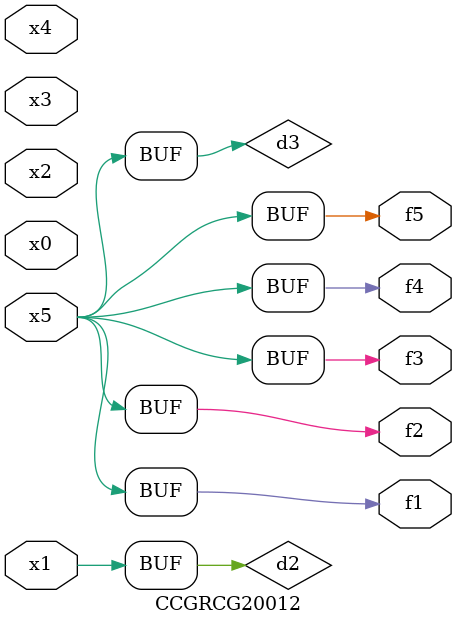
<source format=v>
module CCGRCG20012(
	input x0, x1, x2, x3, x4, x5,
	output f1, f2, f3, f4, f5
);

	wire d1, d2, d3;

	not (d1, x5);
	or (d2, x1);
	xnor (d3, d1);
	assign f1 = d3;
	assign f2 = d3;
	assign f3 = d3;
	assign f4 = d3;
	assign f5 = d3;
endmodule

</source>
